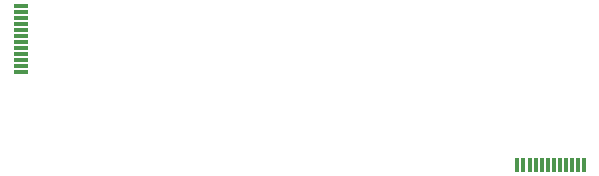
<source format=gbr>
%TF.GenerationSoftware,KiCad,Pcbnew,8.0.6*%
%TF.CreationDate,2025-04-07T23:29:29+03:00*%
%TF.ProjectId,USBC_90deg,55534243-5f39-4306-9465-672e6b696361,rev?*%
%TF.SameCoordinates,Original*%
%TF.FileFunction,Paste,Top*%
%TF.FilePolarity,Positive*%
%FSLAX46Y46*%
G04 Gerber Fmt 4.6, Leading zero omitted, Abs format (unit mm)*
G04 Created by KiCad (PCBNEW 8.0.6) date 2025-04-07 23:29:29*
%MOMM*%
%LPD*%
G01*
G04 APERTURE LIST*
%ADD10R,0.300000X1.150000*%
%ADD11R,1.150000X0.300000*%
G04 APERTURE END LIST*
D10*
%TO.C,P1*%
X109200000Y-89965000D03*
X109710000Y-89965000D03*
X110230000Y-89965000D03*
X110740000Y-89965000D03*
X111250000Y-89965000D03*
X111760000Y-89965000D03*
X112270000Y-89965000D03*
X112780000Y-89965000D03*
X114800000Y-89965000D03*
X113290000Y-89965000D03*
X113790000Y-89965000D03*
X114300000Y-89965000D03*
%TD*%
D11*
%TO.C,P2*%
X67175000Y-82090000D03*
X67175000Y-81580000D03*
X67175000Y-81060000D03*
X67175000Y-80550000D03*
X67175000Y-80040000D03*
X67175000Y-79530000D03*
X67175000Y-79020000D03*
X67175000Y-78510000D03*
X67175000Y-76490000D03*
X67175000Y-78000000D03*
X67175000Y-77500000D03*
X67175000Y-76990000D03*
%TD*%
M02*

</source>
